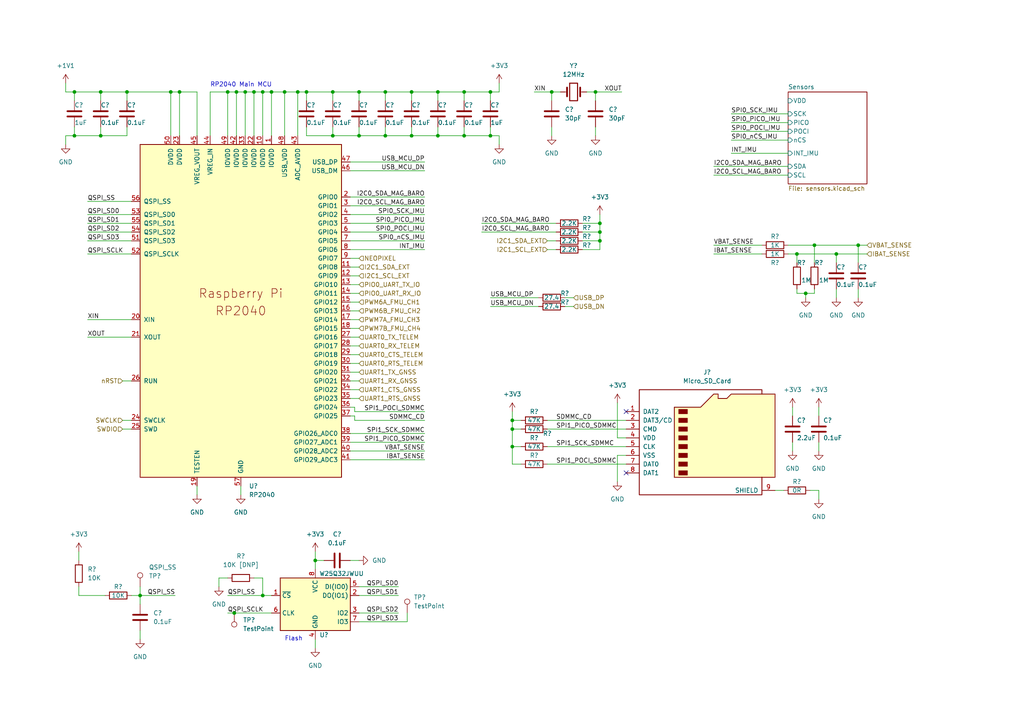
<source format=kicad_sch>
(kicad_sch (version 20211123) (generator eeschema)
  (paper "A4")
  (lib_symbols
    (symbol "Connector:Micro_SD_Card" (pin_names (offset 1.016))
      (property "Reference" "J" (at -16.51 15.24 0))
      (property "Value" "Micro_SD_Card" (at 16.51 15.24 0))
      (symbol "Micro_SD_Card_0_1"
        (rectangle (start -7.62 -9.525) (end -5.08 -10.795) (fill (type outline)))
        (rectangle (start -7.62 -6.985) (end -5.08 -8.255) (fill (type outline)))
        (rectangle (start -7.62 -4.445) (end -5.08 -5.715) (fill (type outline)))
        (rectangle (start -7.62 -1.905) (end -5.08 -3.175) (fill (type outline)))
        (rectangle (start -7.62 0.635) (end -5.08 -0.635) (fill (type outline)))
        (rectangle (start -7.62 3.175) (end -5.08 1.905) (fill (type outline)))
        (rectangle (start -7.62 5.715) (end -5.08 4.445) (fill (type outline)))
        (rectangle (start -7.62 8.255) (end -5.08 6.985) (fill (type outline)))
        (polyline (pts (xy 16.51 12.7) (xy 16.51 13.97) (xy -19.05 13.97) (xy -19.05 -16.51) (xy 16.51 -16.51) (xy 16.51 -11.43)) (stroke (width 0.254)))
        (polyline (pts (xy -8.89 -11.43) (xy -8.89 8.89) (xy -1.27 8.89) (xy 2.54 12.7) (xy 3.81 12.7) (xy 3.81 11.43) (xy 6.35 11.43) (xy 7.62 12.7) (xy 20.32 12.7) (xy 20.32 -11.43) (xy -8.89 -11.43)) (stroke (width 0.254)) (fill (type background)))
      )
      (symbol "Micro_SD_Card_1_1"
        (pin bidirectional line (at -22.86 7.62 0) (length 3.81) (name "DAT2") (number "1"))
        (pin bidirectional line (at -22.86 5.08 0) (length 3.81) (name "DAT3/CD") (number "2"))
        (pin input line (at -22.86 2.54 0) (length 3.81) (name "CMD") (number "3"))
        (pin power_in line (at -22.86 0 0) (length 3.81) (name "VDD") (number "4"))
        (pin input line (at -22.86 -2.54 0) (length 3.81) (name "CLK") (number "5"))
        (pin power_in line (at -22.86 -5.08 0) (length 3.81) (name "VSS") (number "6"))
        (pin bidirectional line (at -22.86 -7.62 0) (length 3.81) (name "DAT0") (number "7"))
        (pin bidirectional line (at -22.86 -10.16 0) (length 3.81) (name "DAT1") (number "8"))
        (pin passive line (at 20.32 -15.24 180) (length 3.81) (name "SHIELD") (number "9"))
      )
    )
    (symbol "Connector:TestPoint" (pin_numbers hide) (pin_names (offset 0.762) hide)
      (property "Reference" "TP" (at 0 6.858 0))
      (property "Value" "TestPoint" (at 0 5.08 0))
      (symbol "TestPoint_0_1"
        (circle (center 0 3.302) (radius 0.762))
      )
      (symbol "TestPoint_1_1"
        (pin passive line (at 0 0 90) (length 2.54) (name "1") (number "1"))
      )
    )
    (symbol "Device:C" (pin_numbers hide) (pin_names (offset 0.254))
      (property "Reference" "C" (at 0.635 2.54 0))
      (property "Value" "C" (at 0.635 -2.54 0))
      (symbol "C_0_1"
        (polyline (pts (xy -2.032 -0.762) (xy 2.032 -0.762)) (stroke (width 0.508)))
        (polyline (pts (xy -2.032 0.762) (xy 2.032 0.762)) (stroke (width 0.508)))
      )
      (symbol "C_1_1"
        (pin passive line (at 0 3.81 270) (length 2.794) (name "~") (number "1"))
        (pin passive line (at 0 -3.81 90) (length 2.794) (name "~") (number "2"))
      )
    )
    (symbol "Device:Crystal" (pin_numbers hide) (pin_names (offset 1.016) hide)
      (property "Reference" "Y" (at 0 3.81 0))
      (property "Value" "Crystal" (at 0 -3.81 0))
      (symbol "Crystal_0_1"
        (rectangle (start -1.143 2.54) (end 1.143 -2.54) (stroke (width 0.3048)))
        (polyline (pts (xy -2.54 0) (xy -1.905 0)))
        (polyline (pts (xy -1.905 -1.27) (xy -1.905 1.27)) (stroke (width 0.508)))
        (polyline (pts (xy 1.905 -1.27) (xy 1.905 1.27)) (stroke (width 0.508)))
        (polyline (pts (xy 2.54 0) (xy 1.905 0)))
      )
      (symbol "Crystal_1_1"
        (pin passive line (at -3.81 0 0) (length 1.27) (name "1") (number "1"))
        (pin passive line (at 3.81 0 180) (length 1.27) (name "2") (number "2"))
      )
    )
    (symbol "Device:R" (pin_numbers hide) (pin_names (offset 0))
      (property "Reference" "R" (at 2.032 0 90))
      (property "Value" "R" (at 0 0 90))
      (symbol "R_0_1"
        (rectangle (start -1.016 -2.54) (end 1.016 2.54) (stroke (width 0.254)))
      )
      (symbol "R_1_1"
        (pin passive line (at 0 3.81 270) (length 1.27) (name "~") (number "1"))
        (pin passive line (at 0 -3.81 90) (length 1.27) (name "~") (number "2"))
      )
    )
    (symbol "MCU_RaspberryPi_RP2040:RP2040" (pin_names (offset 1.016))
      (property "Reference" "U" (at -29.21 49.53 0))
      (property "Value" "RP2040" (at 24.13 -49.53 0))
      (symbol "RP2040_0_0"
        (text "Raspberry Pi" (at 0 5.08 0) (effects (font (size 2.54 2.54))))
        (text "RP2040" (at 0 0 0) (effects (font (size 2.54 2.54))))
      )
      (symbol "RP2040_0_1"
        (rectangle (start 29.21 48.26) (end -29.21 -48.26) (stroke (width 0.254)) (fill (type background)))
      )
      (symbol "RP2040_1_1"
        (pin power_in line (at 8.89 50.8 270) (length 2.54) (name "IOVDD") (number "1"))
        (pin power_in line (at 6.35 50.8 270) (length 2.54) (name "IOVDD") (number "10"))
        (pin bidirectional line (at 31.75 12.7 180) (length 2.54) (name "GPIO8") (number "11"))
        (pin bidirectional line (at 31.75 10.16 180) (length 2.54) (name "GPIO9") (number "12"))
        (pin bidirectional line (at 31.75 7.62 180) (length 2.54) (name "GPIO10") (number "13"))
        (pin bidirectional line (at 31.75 5.08 180) (length 2.54) (name "GPIO11") (number "14"))
        (pin bidirectional line (at 31.75 2.54 180) (length 2.54) (name "GPIO12") (number "15"))
        (pin bidirectional line (at 31.75 0 180) (length 2.54) (name "GPIO13") (number "16"))
        (pin bidirectional line (at 31.75 -2.54 180) (length 2.54) (name "GPIO14") (number "17"))
        (pin bidirectional line (at 31.75 -5.08 180) (length 2.54) (name "GPIO15") (number "18"))
        (pin passive line (at -12.7 -50.8 90) (length 2.54) (name "TESTEN") (number "19"))
        (pin bidirectional line (at 31.75 33.02 180) (length 2.54) (name "GPIO0") (number "2"))
        (pin input line (at -31.75 -2.54 0) (length 2.54) (name "XIN") (number "20"))
        (pin passive line (at -31.75 -7.62 0) (length 2.54) (name "XOUT") (number "21"))
        (pin power_in line (at 3.81 50.8 270) (length 2.54) (name "IOVDD") (number "22"))
        (pin power_in line (at -17.78 50.8 270) (length 2.54) (name "DVDD") (number "23"))
        (pin output line (at -31.75 -31.75 0) (length 2.54) (name "SWCLK") (number "24"))
        (pin bidirectional line (at -31.75 -34.29 0) (length 2.54) (name "SWD") (number "25"))
        (pin input line (at -31.75 -20.32 0) (length 2.54) (name "RUN") (number "26"))
        (pin bidirectional line (at 31.75 -7.62 180) (length 2.54) (name "GPIO16") (number "27"))
        (pin bidirectional line (at 31.75 -10.16 180) (length 2.54) (name "GPIO17") (number "28"))
        (pin bidirectional line (at 31.75 -12.7 180) (length 2.54) (name "GPIO18") (number "29"))
        (pin bidirectional line (at 31.75 30.48 180) (length 2.54) (name "GPIO1") (number "3"))
        (pin bidirectional line (at 31.75 -15.24 180) (length 2.54) (name "GPIO19") (number "30"))
        (pin bidirectional line (at 31.75 -17.78 180) (length 2.54) (name "GPIO20") (number "31"))
        (pin bidirectional line (at 31.75 -20.32 180) (length 2.54) (name "GPIO21") (number "32"))
        (pin power_in line (at 1.27 50.8 270) (length 2.54) (name "IOVDD") (number "33"))
        (pin bidirectional line (at 31.75 -22.86 180) (length 2.54) (name "GPIO22") (number "34"))
        (pin bidirectional line (at 31.75 -25.4 180) (length 2.54) (name "GPIO23") (number "35"))
        (pin bidirectional line (at 31.75 -27.94 180) (length 2.54) (name "GPIO24") (number "36"))
        (pin bidirectional line (at 31.75 -30.48 180) (length 2.54) (name "GPIO25") (number "37"))
        (pin bidirectional line (at 31.75 -35.56 180) (length 2.54) (name "GPIO26_ADC0") (number "38"))
        (pin bidirectional line (at 31.75 -38.1 180) (length 2.54) (name "GPIO27_ADC1") (number "39"))
        (pin bidirectional line (at 31.75 27.94 180) (length 2.54) (name "GPIO2") (number "4"))
        (pin bidirectional line (at 31.75 -40.64 180) (length 2.54) (name "GPIO28_ADC2") (number "40"))
        (pin bidirectional line (at 31.75 -43.18 180) (length 2.54) (name "GPIO29_ADC3") (number "41"))
        (pin power_in line (at -1.27 50.8 270) (length 2.54) (name "IOVDD") (number "42"))
        (pin power_in line (at 16.51 50.8 270) (length 2.54) (name "ADC_AVDD") (number "43"))
        (pin power_in line (at -8.89 50.8 270) (length 2.54) (name "VREG_IN") (number "44"))
        (pin power_out line (at -12.7 50.8 270) (length 2.54) (name "VREG_VOUT") (number "45"))
        (pin bidirectional line (at 31.75 40.64 180) (length 2.54) (name "USB_DM") (number "46"))
        (pin bidirectional line (at 31.75 43.18 180) (length 2.54) (name "USB_DP") (number "47"))
        (pin power_in line (at 12.7 50.8 270) (length 2.54) (name "USB_VDD") (number "48"))
        (pin power_in line (at -3.81 50.8 270) (length 2.54) (name "IOVDD") (number "49"))
        (pin bidirectional line (at 31.75 25.4 180) (length 2.54) (name "GPIO3") (number "5"))
        (pin power_in line (at -20.32 50.8 270) (length 2.54) (name "DVDD") (number "50"))
        (pin bidirectional line (at -31.75 20.32 0) (length 2.54) (name "QSPI_SD3") (number "51"))
        (pin output line (at -31.75 16.51 0) (length 2.54) (name "QSPI_SCLK") (number "52"))
        (pin bidirectional line (at -31.75 27.94 0) (length 2.54) (name "QSPI_SD0") (number "53"))
        (pin bidirectional line (at -31.75 22.86 0) (length 2.54) (name "QSPI_SD2") (number "54"))
        (pin bidirectional line (at -31.75 25.4 0) (length 2.54) (name "QSPI_SD1") (number "55"))
        (pin bidirectional line (at -31.75 31.75 0) (length 2.54) (name "QSPI_SS") (number "56"))
        (pin power_in line (at 0 -50.8 90) (length 2.54) (name "GND") (number "57"))
        (pin bidirectional line (at 31.75 22.86 180) (length 2.54) (name "GPIO4") (number "6"))
        (pin bidirectional line (at 31.75 20.32 180) (length 2.54) (name "GPIO5") (number "7"))
        (pin bidirectional line (at 31.75 17.78 180) (length 2.54) (name "GPIO6") (number "8"))
        (pin bidirectional line (at 31.75 15.24 180) (length 2.54) (name "GPIO7") (number "9"))
      )
    )
    (symbol "Memory_Flash:W25Q32JVSS"
      (property "Reference" "U" (at -8.89 8.89 0))
      (property "Value" "W25Q32JVSS" (at 7.62 8.89 0))
      (symbol "W25Q32JVSS_0_1"
        (rectangle (start -10.16 7.62) (end 10.16 -7.62) (stroke (width 0.254)) (fill (type background)))
      )
      (symbol "W25Q32JVSS_1_1"
        (pin input line (at -12.7 2.54 0) (length 2.54) (name "~{CS}") (number "1"))
        (pin bidirectional line (at 12.7 2.54 180) (length 2.54) (name "DO(IO1)") (number "2"))
        (pin bidirectional line (at 12.7 -2.54 180) (length 2.54) (name "IO2") (number "3"))
        (pin power_in line (at 0 -10.16 90) (length 2.54) (name "GND") (number "4"))
        (pin bidirectional line (at 12.7 5.08 180) (length 2.54) (name "DI(IO0)") (number "5"))
        (pin input line (at -12.7 -2.54 0) (length 2.54) (name "CLK") (number "6"))
        (pin bidirectional line (at 12.7 -5.08 180) (length 2.54) (name "IO3") (number "7"))
        (pin power_in line (at 0 10.16 270) (length 2.54) (name "VCC") (number "8"))
      )
    )
    (symbol "power:+1V1" (power) (pin_names (offset 0))
      (property "Value" "+1V1" (at 0 3.556 0))
      (symbol "+1V1_0_1"
        (polyline (pts (xy -0.762 1.27) (xy 0 2.54)))
        (polyline (pts (xy 0 0) (xy 0 2.54)))
        (polyline (pts (xy 0 2.54) (xy 0.762 1.27)))
      )
      (symbol "+1V1_1_1"
        (pin power_in line (at 0 0 90) (length 0) hide (name "+1V1") (number "1"))
      )
    )
    (symbol "power:+3V3" (power) (pin_names (offset 0))
      (property "Value" "+3V3" (at 0 3.556 0))
      (symbol "+3V3_0_1"
        (polyline (pts (xy -0.762 1.27) (xy 0 2.54)))
        (polyline (pts (xy 0 0) (xy 0 2.54)))
        (polyline (pts (xy 0 2.54) (xy 0.762 1.27)))
      )
      (symbol "+3V3_1_1"
        (pin power_in line (at 0 0 90) (length 0) hide (name "+3V3") (number "1"))
      )
    )
    (symbol "power:GND" (power) (pin_names (offset 0))
      (property "Value" "GND" (at 0 -3.81 0))
      (symbol "GND_0_1"
        (polyline (pts (xy 0 0) (xy 0 -1.27) (xy 1.27 -1.27) (xy 0 -2.54) (xy -1.27 -1.27) (xy 0 -1.27)))
      )
      (symbol "GND_1_1"
        (pin power_in line (at 0 0 270) (length 0) hide (name "GND") (number "1"))
      )
    )
  )
  (junction (at 148.59 129.54))
  (junction (at 76.2 172.72))
  (junction (at 119.38 26.67) (diameter 0.9144))
  (junction (at 21.59 26.67))
  (junction (at 36.83 26.67))
  (junction (at 160.02 26.67) (diameter 0.9144))
  (junction (at 71.12 26.67) (diameter 0.9144))
  (junction (at 67.945 177.8))
  (junction (at 148.59 124.46))
  (junction (at 104.14 39.37) (diameter 0.9144))
  (junction (at 142.24 39.37) (diameter 0.9144))
  (junction (at 236.22 71.12))
  (junction (at 88.9 26.67) (diameter 0.9144))
  (junction (at 119.38 39.37) (diameter 0.9144))
  (junction (at 148.59 121.92))
  (junction (at 73.66 26.67) (diameter 0.9144))
  (junction (at 173.99 67.31))
  (junction (at 111.76 26.67) (diameter 0.9144))
  (junction (at 96.52 26.67) (diameter 0.9144))
  (junction (at 111.76 39.37) (diameter 0.9144))
  (junction (at 91.44 162.56) (diameter 0.9144))
  (junction (at 134.62 26.67) (diameter 0.9144))
  (junction (at 127 26.67) (diameter 0.9144))
  (junction (at 29.21 39.37))
  (junction (at 78.74 26.67) (diameter 0.9144))
  (junction (at 134.62 39.37) (diameter 0.9144))
  (junction (at 86.36 26.67) (diameter 0.9144))
  (junction (at 82.55 26.67) (diameter 0.9144))
  (junction (at 52.07 26.67) (diameter 0.9144))
  (junction (at 142.24 26.67) (diameter 0.9144))
  (junction (at 248.92 71.12))
  (junction (at 233.68 85.09))
  (junction (at 127 39.37) (diameter 0.9144))
  (junction (at 96.52 39.37) (diameter 0.9144))
  (junction (at 242.57 73.66))
  (junction (at 40.64 172.72) (diameter 0.9144))
  (junction (at 49.53 26.67) (diameter 0.9144))
  (junction (at 104.14 26.67) (diameter 0.9144))
  (junction (at 29.21 26.67))
  (junction (at 231.14 73.66))
  (junction (at 66.04 26.67) (diameter 0.9144))
  (junction (at 173.99 69.85))
  (junction (at 173.99 64.77))
  (junction (at 172.72 26.67) (diameter 0.9144))
  (junction (at 76.2 26.67) (diameter 0.9144))
  (junction (at 21.59 39.37))
  (junction (at 68.58 26.67) (diameter 0.9144))
  (no_connect (at 181.61 119.38))
  (no_connect (at 181.61 137.16))
  (wire (pts (xy 154.94 26.67) (xy 160.02 26.67)))
  (wire (pts (xy 242.57 73.66) (xy 251.46 73.66)))
  (wire (pts (xy 173.99 69.85) (xy 173.99 72.39)))
  (wire (pts (xy 71.12 26.67) (xy 68.58 26.67)))
  (wire (pts (xy 231.14 83.82) (xy 231.14 85.09)))
  (wire (pts (xy 172.72 29.21) (xy 172.72 26.67)))
  (wire (pts (xy 236.22 71.12) (xy 236.22 76.2)))
  (wire (pts (xy 96.52 36.83) (xy 96.52 39.37)))
  (wire (pts (xy 212.09 38.1) (xy 228.6 38.1)))
  (wire (pts (xy 25.4 58.42) (xy 38.1 58.42)))
  (wire (pts (xy 212.09 33.02) (xy 228.6 33.02)))
  (wire (pts (xy 86.36 39.37) (xy 86.36 26.67)))
  (wire (pts (xy 228.6 73.66) (xy 231.14 73.66)))
  (wire (pts (xy 142.24 26.67) (xy 142.24 29.21)))
  (wire (pts (xy 36.83 26.67) (xy 36.83 29.21)))
  (wire (pts (xy 36.83 26.67) (xy 49.53 26.67)))
  (wire (pts (xy 82.55 26.67) (xy 82.55 39.37)))
  (wire (pts (xy 134.62 26.67) (xy 142.24 26.67)))
  (wire (pts (xy 66.04 177.8) (xy 67.945 177.8)))
  (wire (pts (xy 40.64 172.72) (xy 50.8 172.72)))
  (wire (pts (xy 142.24 39.37) (xy 144.78 39.37)))
  (wire (pts (xy 168.91 69.85) (xy 173.99 69.85)))
  (wire (pts (xy 231.14 85.09) (xy 233.68 85.09)))
  (wire (pts (xy 101.6 82.55) (xy 104.14 82.55)))
  (wire (pts (xy 101.6 77.47) (xy 104.14 77.47)))
  (wire (pts (xy 179.07 132.08) (xy 181.61 132.08)))
  (wire (pts (xy 88.9 29.21) (xy 88.9 26.67)))
  (wire (pts (xy 111.76 26.67) (xy 111.76 29.21)))
  (wire (pts (xy 101.6 125.73) (xy 123.19 125.73)))
  (wire (pts (xy 96.52 39.37) (xy 88.9 39.37)))
  (wire (pts (xy 101.6 133.35) (xy 123.19 133.35)))
  (wire (pts (xy 172.72 36.83) (xy 172.72 39.37)))
  (wire (pts (xy 102.87 119.38) (xy 123.19 119.38)))
  (wire (pts (xy 144.78 26.67) (xy 142.24 26.67)))
  (wire (pts (xy 119.38 26.67) (xy 119.38 29.21)))
  (wire (pts (xy 111.76 39.37) (xy 119.38 39.37)))
  (wire (pts (xy 173.99 64.77) (xy 173.99 62.23)))
  (wire (pts (xy 78.74 26.67) (xy 76.2 26.67)))
  (wire (pts (xy 179.07 127) (xy 181.61 127)))
  (wire (pts (xy 101.6 115.57) (xy 104.14 115.57)))
  (wire (pts (xy 25.4 67.31) (xy 38.1 67.31)))
  (wire (pts (xy 173.99 72.39) (xy 168.91 72.39)))
  (wire (pts (xy 179.07 116.84) (xy 179.07 127)))
  (wire (pts (xy 78.74 39.37) (xy 78.74 26.67)))
  (wire (pts (xy 172.72 26.67) (xy 180.34 26.67)))
  (wire (pts (xy 173.99 69.85) (xy 173.99 67.31)))
  (wire (pts (xy 63.5 170.18) (xy 63.5 167.64)))
  (wire (pts (xy 71.12 26.67) (xy 73.66 26.67)))
  (wire (pts (xy 91.44 162.56) (xy 93.98 162.56)))
  (wire (pts (xy 127 39.37) (xy 134.62 39.37)))
  (wire (pts (xy 248.92 71.12) (xy 251.46 71.12)))
  (wire (pts (xy 142.24 86.36) (xy 156.21 86.36)))
  (wire (pts (xy 224.79 142.24) (xy 227.33 142.24)))
  (wire (pts (xy 242.57 83.82) (xy 242.57 86.36)))
  (wire (pts (xy 163.83 88.9) (xy 166.37 88.9)))
  (wire (pts (xy 144.78 24.13) (xy 144.78 26.67)))
  (wire (pts (xy 142.24 36.83) (xy 142.24 39.37)))
  (wire (pts (xy 29.21 26.67) (xy 36.83 26.67)))
  (wire (pts (xy 57.15 26.67) (xy 52.07 26.67)))
  (wire (pts (xy 168.91 64.77) (xy 173.99 64.77)))
  (wire (pts (xy 101.6 62.23) (xy 123.19 62.23)))
  (wire (pts (xy 101.6 100.33) (xy 104.14 100.33)))
  (wire (pts (xy 102.87 120.65) (xy 101.6 120.65)))
  (wire (pts (xy 21.59 39.37) (xy 29.21 39.37)))
  (wire (pts (xy 127 26.67) (xy 127 29.21)))
  (wire (pts (xy 91.44 185.42) (xy 91.44 187.96)))
  (wire (pts (xy 60.96 39.37) (xy 60.96 26.67)))
  (wire (pts (xy 35.56 121.92) (xy 38.1 121.92)))
  (wire (pts (xy 148.59 124.46) (xy 148.59 121.92)))
  (wire (pts (xy 123.19 121.92) (xy 102.87 121.92)))
  (wire (pts (xy 69.85 140.97) (xy 69.85 143.51)))
  (wire (pts (xy 96.52 26.67) (xy 104.14 26.67)))
  (wire (pts (xy 76.2 167.64) (xy 76.2 172.72)))
  (wire (pts (xy 71.12 39.37) (xy 71.12 26.67)))
  (wire (pts (xy 144.78 41.91) (xy 144.78 39.37)))
  (wire (pts (xy 237.49 144.78) (xy 237.49 142.24)))
  (wire (pts (xy 158.75 134.62) (xy 181.61 134.62)))
  (wire (pts (xy 119.38 26.67) (xy 127 26.67)))
  (wire (pts (xy 101.6 69.85) (xy 123.19 69.85)))
  (wire (pts (xy 212.09 44.45) (xy 228.6 44.45)))
  (wire (pts (xy 29.21 36.83) (xy 29.21 39.37)))
  (wire (pts (xy 104.14 170.18) (xy 115.57 170.18)))
  (wire (pts (xy 40.64 175.26) (xy 40.64 172.72)))
  (wire (pts (xy 158.75 124.46) (xy 181.61 124.46)))
  (wire (pts (xy 78.74 26.67) (xy 82.55 26.67)))
  (wire (pts (xy 76.2 172.72) (xy 78.74 172.72)))
  (wire (pts (xy 139.7 67.31) (xy 161.29 67.31)))
  (wire (pts (xy 25.4 73.66) (xy 38.1 73.66)))
  (wire (pts (xy 236.22 71.12) (xy 248.92 71.12)))
  (wire (pts (xy 101.6 64.77) (xy 123.19 64.77)))
  (wire (pts (xy 88.9 26.67) (xy 96.52 26.67)))
  (wire (pts (xy 160.02 29.21) (xy 160.02 26.67)))
  (wire (pts (xy 148.59 119.38) (xy 148.59 121.92)))
  (wire (pts (xy 104.14 177.8) (xy 115.57 177.8)))
  (wire (pts (xy 158.75 121.92) (xy 181.61 121.92)))
  (wire (pts (xy 52.07 39.37) (xy 52.07 26.67)))
  (wire (pts (xy 22.86 170.18) (xy 22.86 172.72)))
  (wire (pts (xy 21.59 39.37) (xy 21.59 36.83)))
  (wire (pts (xy 173.99 67.31) (xy 173.99 64.77)))
  (wire (pts (xy 207.01 71.12) (xy 220.98 71.12)))
  (wire (pts (xy 158.75 72.39) (xy 161.29 72.39)))
  (wire (pts (xy 57.15 140.97) (xy 57.15 143.51)))
  (wire (pts (xy 52.07 26.67) (xy 49.53 26.67)))
  (wire (pts (xy 101.6 107.95) (xy 104.14 107.95)))
  (wire (pts (xy 228.6 71.12) (xy 236.22 71.12)))
  (wire (pts (xy 66.04 39.37) (xy 66.04 26.67)))
  (wire (pts (xy 237.49 142.24) (xy 234.95 142.24)))
  (wire (pts (xy 102.87 118.11) (xy 102.87 119.38)))
  (wire (pts (xy 101.6 102.87) (xy 104.14 102.87)))
  (wire (pts (xy 160.02 26.67) (xy 162.56 26.67)))
  (wire (pts (xy 233.68 85.09) (xy 236.22 85.09)))
  (wire (pts (xy 67.945 177.8) (xy 78.74 177.8)))
  (wire (pts (xy 101.6 72.39) (xy 123.19 72.39)))
  (wire (pts (xy 237.49 118.11) (xy 237.49 120.65)))
  (wire (pts (xy 86.36 26.67) (xy 88.9 26.67)))
  (wire (pts (xy 21.59 26.67) (xy 29.21 26.67)))
  (wire (pts (xy 21.59 26.67) (xy 19.05 26.67)))
  (wire (pts (xy 101.6 110.49) (xy 104.14 110.49)))
  (wire (pts (xy 101.6 74.93) (xy 104.14 74.93)))
  (wire (pts (xy 148.59 134.62) (xy 148.59 129.54)))
  (wire (pts (xy 127 26.67) (xy 134.62 26.67)))
  (wire (pts (xy 101.6 49.53) (xy 123.19 49.53)))
  (wire (pts (xy 101.6 128.27) (xy 123.19 128.27)))
  (wire (pts (xy 73.66 39.37) (xy 73.66 26.67)))
  (wire (pts (xy 101.6 118.11) (xy 102.87 118.11)))
  (wire (pts (xy 248.92 71.12) (xy 248.92 76.2)))
  (wire (pts (xy 60.96 26.67) (xy 66.04 26.67)))
  (wire (pts (xy 57.15 39.37) (xy 57.15 26.67)))
  (wire (pts (xy 229.87 118.11) (xy 229.87 120.65)))
  (wire (pts (xy 66.04 26.67) (xy 68.58 26.67)))
  (wire (pts (xy 40.64 172.72) (xy 38.1 172.72)))
  (wire (pts (xy 229.87 128.27) (xy 229.87 130.81)))
  (wire (pts (xy 118.11 177.8) (xy 118.11 180.34)))
  (wire (pts (xy 101.6 95.25) (xy 104.14 95.25)))
  (wire (pts (xy 96.52 26.67) (xy 96.52 29.21)))
  (wire (pts (xy 102.87 121.92) (xy 102.87 120.65)))
  (wire (pts (xy 212.09 35.56) (xy 228.6 35.56)))
  (wire (pts (xy 104.14 26.67) (xy 111.76 26.67)))
  (wire (pts (xy 19.05 41.91) (xy 19.05 39.37)))
  (wire (pts (xy 73.66 26.67) (xy 76.2 26.67)))
  (wire (pts (xy 25.4 92.71) (xy 38.1 92.71)))
  (wire (pts (xy 207.01 50.8) (xy 228.6 50.8)))
  (wire (pts (xy 236.22 85.09) (xy 236.22 83.82)))
  (wire (pts (xy 142.24 88.9) (xy 156.21 88.9)))
  (wire (pts (xy 104.14 26.67) (xy 104.14 29.21)))
  (wire (pts (xy 111.76 26.67) (xy 119.38 26.67)))
  (wire (pts (xy 101.6 57.15) (xy 123.19 57.15)))
  (wire (pts (xy 35.56 110.49) (xy 38.1 110.49)))
  (wire (pts (xy 68.58 26.67) (xy 68.58 39.37)))
  (wire (pts (xy 86.36 26.67) (xy 82.55 26.67)))
  (wire (pts (xy 172.72 26.67) (xy 170.18 26.67)))
  (wire (pts (xy 233.68 86.36) (xy 233.68 85.09)))
  (wire (pts (xy 163.83 86.36) (xy 166.37 86.36)))
  (wire (pts (xy 88.9 39.37) (xy 88.9 36.83)))
  (wire (pts (xy 101.6 97.79) (xy 104.14 97.79)))
  (wire (pts (xy 101.6 85.09) (xy 104.14 85.09)))
  (wire (pts (xy 158.75 129.54) (xy 181.61 129.54)))
  (wire (pts (xy 66.04 172.72) (xy 76.2 172.72)))
  (wire (pts (xy 101.6 113.03) (xy 104.14 113.03)))
  (wire (pts (xy 49.53 26.67) (xy 49.53 39.37)))
  (wire (pts (xy 207.01 48.26) (xy 228.6 48.26)))
  (wire (pts (xy 101.6 87.63) (xy 104.14 87.63)))
  (wire (pts (xy 148.59 121.92) (xy 151.13 121.92)))
  (wire (pts (xy 21.59 29.21) (xy 21.59 26.67)))
  (wire (pts (xy 151.13 134.62) (xy 148.59 134.62)))
  (wire (pts (xy 119.38 39.37) (xy 127 39.37)))
  (wire (pts (xy 101.6 92.71) (xy 104.14 92.71)))
  (wire (pts (xy 29.21 39.37) (xy 36.83 39.37)))
  (wire (pts (xy 134.62 26.67) (xy 134.62 29.21)))
  (wire (pts (xy 134.62 36.83) (xy 134.62 39.37)))
  (wire (pts (xy 101.6 80.01) (xy 104.14 80.01)))
  (wire (pts (xy 104.14 39.37) (xy 111.76 39.37)))
  (wire (pts (xy 151.13 124.46) (xy 148.59 124.46)))
  (wire (pts (xy 231.14 73.66) (xy 242.57 73.66)))
  (wire (pts (xy 104.14 172.72) (xy 115.57 172.72)))
  (wire (pts (xy 134.62 39.37) (xy 142.24 39.37)))
  (wire (pts (xy 29.21 26.67) (xy 29.21 29.21)))
  (wire (pts (xy 179.07 132.08) (xy 179.07 139.7)))
  (wire (pts (xy 91.44 160.02) (xy 91.44 162.56)))
  (wire (pts (xy 119.38 36.83) (xy 119.38 39.37)))
  (wire (pts (xy 36.83 39.37) (xy 36.83 36.83)))
  (wire (pts (xy 231.14 73.66) (xy 231.14 76.2)))
  (wire (pts (xy 25.4 64.77) (xy 38.1 64.77)))
  (wire (pts (xy 101.6 59.69) (xy 123.19 59.69)))
  (wire (pts (xy 76.2 26.67) (xy 76.2 39.37)))
  (wire (pts (xy 19.05 39.37) (xy 21.59 39.37)))
  (wire (pts (xy 104.14 39.37) (xy 96.52 39.37)))
  (wire (pts (xy 101.6 90.17) (xy 104.14 90.17)))
  (wire (pts (xy 101.6 67.31) (xy 123.19 67.31)))
  (wire (pts (xy 101.6 130.81) (xy 123.19 130.81)))
  (wire (pts (xy 101.6 46.99) (xy 123.19 46.99)))
  (wire (pts (xy 127 36.83) (xy 127 39.37)))
  (wire (pts (xy 139.7 64.77) (xy 161.29 64.77)))
  (wire (pts (xy 101.6 105.41) (xy 104.14 105.41)))
  (wire (pts (xy 25.4 97.79) (xy 38.1 97.79)))
  (wire (pts (xy 35.56 124.46) (xy 38.1 124.46)))
  (wire (pts (xy 237.49 128.27) (xy 237.49 130.81)))
  (wire (pts (xy 248.92 83.82) (xy 248.92 86.36)))
  (wire (pts (xy 158.75 69.85) (xy 161.29 69.85)))
  (wire (pts (xy 73.66 167.64) (xy 76.2 167.64)))
  (wire (pts (xy 242.57 73.66) (xy 242.57 76.2)))
  (wire (pts (xy 104.14 36.83) (xy 104.14 39.37)))
  (wire (pts (xy 160.02 36.83) (xy 160.02 39.37)))
  (wire (pts (xy 101.6 162.56) (xy 104.14 162.56)))
  (wire (pts (xy 22.86 172.72) (xy 30.48 172.72)))
  (wire (pts (xy 148.59 129.54) (xy 151.13 129.54)))
  (wire (pts (xy 25.4 69.85) (xy 38.1 69.85)))
  (wire (pts (xy 40.64 170.18) (xy 40.64 172.72)))
  (wire (pts (xy 19.05 26.67) (xy 19.05 24.13)))
  (wire (pts (xy 207.01 73.66) (xy 220.98 73.66)))
  (wire (pts (xy 25.4 62.23) (xy 38.1 62.23)))
  (wire (pts (xy 63.5 167.64) (xy 66.04 167.64)))
  (wire (pts (xy 104.14 180.34) (xy 118.11 180.34)))
  (wire (pts (xy 212.09 40.64) (xy 228.6 40.64)))
  (wire (pts (xy 148.59 124.46) (xy 148.59 129.54)))
  (wire (pts (xy 91.44 165.1) (xy 91.44 162.56)))
  (wire (pts (xy 22.86 160.02) (xy 22.86 162.56)))
  (wire (pts (xy 40.64 182.88) (xy 40.64 185.42)))
  (wire (pts (xy 111.76 36.83) (xy 111.76 39.37)))
  (wire (pts (xy 173.99 67.31) (xy 168.91 67.31)))
  (text "RP2040 Main MCU" (at 60.96 25.4 0) (effects (font (size 1.27 1.27)) (justify left bottom)))
  (text "Flash" (at 82.55 186.055 0) (effects (font (size 1.27 1.27)) (justify left bottom)))
  (label "SPI0_POCI_IMU" (at 212.09 38.1 0))
  (label "QSPI_SS" (at 25.4 58.42 0))
  (label "QSPI_SS" (at 50.8 172.72 180))
  (label "SPI1_PICO_SDMMC" (at 161.29 124.46 0))
  (label "SPI1_POCI_SDMMC" (at 161.29 134.62 0))
  (label "SPI1_SCK_SDMMC" (at 161.29 129.54 0))
  (label "I2C0_SCL_MAG_BARO" (at 207.01 50.8 0))
  (label "SPI0_PICO_IMU" (at 123.19 64.77 180))
  (label "SDMMC_CD" (at 161.29 121.92 0))
  (label "SPI0_nCS_IMU" (at 212.09 40.64 0))
  (label "SPI1_SCK_SDMMC" (at 123.19 125.73 180))
  (label "USB_MCU_DP" (at 123.19 46.99 180))
  (label "I2C0_SDA_MAG_BARO" (at 207.01 48.26 0))
  (label "QSPI_SD0" (at 25.4 62.23 0))
  (label "SPI0_SCK_IMU" (at 123.19 62.23 180))
  (label "USB_MCU_DP" (at 142.24 86.36 0))
  (label "QSPI_SCLK" (at 66.04 177.8 0))
  (label "INT_IMU" (at 212.09 44.45 0))
  (label "QSPI_SD1" (at 115.57 172.72 180))
  (label "XIN" (at 25.4 92.71 0))
  (label "USB_MCU_DN" (at 123.19 49.53 180))
  (label "I2C0_SDA_MAG_BARO" (at 123.19 57.15 180))
  (label "SPI1_POCI_SDMMC" (at 123.19 119.38 180))
  (label "I2C0_SDA_MAG_BARO" (at 139.7 64.77 0))
  (label "XOUT" (at 180.34 26.67 180))
  (label "QSPI_SD3" (at 115.57 180.34 180))
  (label "I2C0_SCL_MAG_BARO" (at 139.7 67.31 0))
  (label "QSPI_SS" (at 66.04 172.72 0))
  (label "SDMMC_CD" (at 123.19 121.92 180))
  (label "XOUT" (at 25.4 97.79 0))
  (label "SPI0_POCI_IMU" (at 123.19 67.31 180))
  (label "INT_IMU" (at 123.19 72.39 180))
  (label "SPI0_PICO_IMU" (at 212.09 35.56 0))
  (label "QSPI_SD0" (at 115.57 170.18 180))
  (label "QSPI_SD2" (at 115.57 177.8 180))
  (label "IBAT_SENSE" (at 123.19 133.35 180))
  (label "SPI0_nCS_IMU" (at 123.19 69.85 180))
  (label "QSPI_SCLK" (at 25.4 73.66 0))
  (label "IBAT_SENSE" (at 207.01 73.66 0))
  (label "XIN" (at 154.94 26.67 0))
  (label "QSPI_SD2" (at 25.4 67.31 0))
  (label "SPI1_PICO_SDMMC" (at 123.19 128.27 180))
  (label "USB_MCU_DN" (at 142.24 88.9 0))
  (label "VBAT_SENSE" (at 207.01 71.12 0))
  (label "QSPI_SD3" (at 25.4 69.85 0))
  (label "VBAT_SENSE" (at 123.19 130.81 180))
  (label "SPI0_SCK_IMU" (at 212.09 33.02 0))
  (label "I2C0_SCL_MAG_BARO" (at 123.19 59.69 180))
  (label "QSPI_SD1" (at 25.4 64.77 0))
  (hierarchical_label "NEOPIXEL" (shape input) (at 104.14 74.93 0))
  (hierarchical_label "I2C1_SCL_EXT" (shape input) (at 158.75 72.39 180))
  (hierarchical_label "UART1_RX_GNSS" (shape input) (at 104.14 110.49 0))
  (hierarchical_label "UART1_TX_GNSS" (shape input) (at 104.14 107.95 0))
  (hierarchical_label "UART1_CTS_GNSS" (shape input) (at 104.14 113.03 0))
  (hierarchical_label "VBAT_SENSE" (shape input) (at 251.46 71.12 0))
  (hierarchical_label "IBAT_SENSE" (shape input) (at 251.46 73.66 0))
  (hierarchical_label "UART0_TX_TELEM" (shape input) (at 104.14 97.79 0))
  (hierarchical_label "UART1_RTS_GNSS" (shape input) (at 104.14 115.57 0))
  (hierarchical_label "UART0_CTS_TELEM" (shape input) (at 104.14 102.87 0))
  (hierarchical_label "PWM6A_FMU_CH1" (shape input) (at 104.14 87.63 0))
  (hierarchical_label "PIO0_UART_TX_IO" (shape input) (at 104.14 82.55 0))
  (hierarchical_label "UART0_RX_TELEM" (shape input) (at 104.14 100.33 0))
  (hierarchical_label "PIO0_UART_RX_IO" (shape input) (at 104.14 85.09 0))
  (hierarchical_label "SWCLK" (shape input) (at 35.56 121.92 180))
  (hierarchical_label "PWM7B_FMU_CH4" (shape input) (at 104.14 95.25 0))
  (hierarchical_label "USB_DN" (shape input) (at 166.37 88.9 0))
  (hierarchical_label "I2C1_SDA_EXT" (shape input) (at 104.14 77.47 0))
  (hierarchical_label "SWDIO" (shape input) (at 35.56 124.46 180))
  (hierarchical_label "USB_DP" (shape input) (at 166.37 86.36 0))
  (hierarchical_label "nRST" (shape input) (at 35.56 110.49 180))
  (hierarchical_label "PWM7A_FMU_CH3" (shape input) (at 104.14 92.71 0))
  (hierarchical_label "I2C1_SCL_EXT" (shape input) (at 104.14 80.01 0))
  (hierarchical_label "UART0_RTS_TELEM" (shape input) (at 104.14 105.41 0))
  (hierarchical_label "PWM6B_FMU_CH2" (shape input) (at 104.14 90.17 0))
  (hierarchical_label "I2C1_SDA_EXT" (shape input) (at 158.75 69.85 180))
  (symbol (lib_id "Device:R") (at 154.94 134.62 90) (unit 1)
    (property "Reference" "R?" (at 154.94 132.08 90))
    (property "Value" "47K" (at 154.94 134.62 90))
  )
  (symbol (lib_id "power:GND") (at 248.92 86.36 0) (unit 1)
    (property "Reference" "#PWR?" (effects hide))
    (property "Value" "GND" (at 248.92 91.44 0))
  )
  (symbol (lib_id "Device:R") (at 231.14 142.24 90) (unit 1)
    (property "Reference" "R?" (at 231.14 139.7 90))
    (property "Value" "0R" (at 231.14 142.24 90))
  )
  (symbol (lib_id "Device:C") (at 142.24 33.02 0) (unit 1)
    (property "Reference" "C?" (at 142.24 30.4799 0) (effects (justify left)))
    (property "Value" "1uF" (at 142.24 35.5599 0) (effects (justify left)))
    (property "Footprint" "Capacitor_SMD:C_0402_1005Metric" (effects hide))
    (property "LCSC" "C52923" (effects hide))
  )
  (symbol (lib_id "Device:R") (at 165.1 69.85 90) (unit 1)
    (property "Reference" "R?" (at 170.18 68.58 90))
    (property "Value" "2.2K" (at 165.1 69.85 90))
    (property "Footprint" "Resistor_SMD:R_0402_1005Metric" (effects hide))
    (property "LCSC" "C25900" (effects hide))
  )
  (symbol (lib_id "Device:C") (at 29.21 33.02 0) (unit 1)
    (property "Reference" "C?" (at 29.21 30.4799 0) (effects (justify left)))
    (property "Value" "0.1uF" (at 29.21 35.5599 0) (effects (justify left)))
    (property "Footprint" "Capacitor_SMD:C_0402_1005Metric" (effects hide))
    (property "LCSC" "C1525" (effects hide))
  )
  (symbol (lib_id "power:+3V3") (at 179.07 116.84 0) (unit 1)
    (property "Reference" "#PWR?" (effects hide))
    (property "Value" "+3V3" (at 179.07 111.76 0))
  )
  (symbol (lib_id "power:+1V1") (at 19.05 24.13 0) (unit 1)
    (property "Reference" "#PWR?" (effects hide))
    (property "Value" "+1V1" (at 19.05 19.05 0))
  )
  (symbol (lib_id "power:GND") (at 237.49 130.81 0) (unit 1)
    (property "Reference" "#PWR?" (effects hide))
    (property "Value" "GND" (at 237.49 135.89 0))
  )
  (symbol (lib_id "Device:C") (at 104.14 33.02 0) (unit 1)
    (property "Reference" "C?" (at 104.14 30.4799 0) (effects (justify left)))
    (property "Value" "0.1uF" (at 104.14 35.5599 0) (effects (justify left)))
    (property "Footprint" "Capacitor_SMD:C_0402_1005Metric" (effects hide))
    (property "LCSC" "C1525" (effects hide))
  )
  (symbol (lib_id "power:GND") (at 104.14 162.56 90) (unit 1)
    (property "Reference" "#PWR?" (effects hide))
    (property "Value" "GND" (at 107.95 162.5599 90) (effects (justify right)))
  )
  (symbol (lib_id "Device:C") (at 96.52 33.02 0) (unit 1)
    (property "Reference" "C?" (at 96.52 30.4799 0) (effects (justify left)))
    (property "Value" "0.1uF" (at 96.52 35.5599 0) (effects (justify left)))
    (property "Footprint" "Capacitor_SMD:C_0402_1005Metric" (effects hide))
    (property "LCSC" "C1525" (effects hide))
  )
  (symbol (lib_id "Connector:TestPoint") (at 67.945 177.8 180) (unit 1)
    (property "Reference" "TP?" (at 70.485 179.8319 0) (effects (justify right)))
    (property "Value" "TestPoint" (at 70.485 182.3719 0) (effects (justify right)))
    (property "Footprint" "TestPoint:TestPoint_Pad_D1.0mm" (effects hide))
  )
  (symbol (lib_id "power:GND") (at 91.44 187.96 0) (unit 1)
    (property "Reference" "#PWR?" (effects hide))
    (property "Value" "GND" (at 91.44 193.04 0))
  )
  (symbol (lib_id "Device:R") (at 160.02 86.36 90) (unit 1)
    (property "Reference" "R?" (at 163.83 85.09 90))
    (property "Value" "27.4" (at 160.02 86.36 90))
    (property "Footprint" "Resistor_SMD:R_0402_1005Metric" (effects hide))
  )
  (symbol (lib_id "MCU_RaspberryPi_RP2040:RP2040") (at 69.85 90.17 0) (unit 1)
    (property "Reference" "U?" (at 72.1932 140.97 0) (effects (justify left)))
    (property "Value" "RP2040" (at 72.1932 143.51 0) (effects (justify left)))
    (property "Footprint" "RP2040_minimal:RP2040-QFN-56" (effects hide))
    (property "LCSC" "C2040" (effects hide))
  )
  (symbol (lib_id "power:GND") (at 179.07 139.7 0) (unit 1)
    (property "Reference" "#PWR?" (effects hide))
    (property "Value" "GND" (at 179.07 144.78 0))
  )
  (symbol (lib_id "Device:R") (at 154.94 121.92 90) (unit 1)
    (property "Reference" "R?" (at 154.94 119.38 90))
    (property "Value" "47K" (at 154.94 121.92 90))
  )
  (symbol (lib_id "Device:Crystal") (at 166.37 26.67 0) (unit 1)
    (property "Reference" "Y?" (at 166.37 19.05 0))
    (property "Value" "12MHz" (at 166.37 21.59 0))
    (property "Footprint" "Crystal:Crystal_SMD_3225-4Pin_3.2x2.5mm" (effects hide))
    (property "LCSC" "C9002" (effects hide))
  )
  (symbol (lib_id "Device:R") (at 165.1 72.39 90) (unit 1)
    (property "Reference" "R?" (at 170.18 71.12 90))
    (property "Value" "2.2K" (at 165.1 72.39 90))
    (property "Footprint" "Resistor_SMD:R_0402_1005Metric" (effects hide))
    (property "LCSC" "C25900" (effects hide))
  )
  (symbol (lib_id "Device:R") (at 224.79 73.66 90) (unit 1)
    (property "Reference" "R?" (at 224.79 76.2 90))
    (property "Value" "1K" (at 224.79 73.66 90))
  )
  (symbol (lib_id "power:GND") (at 69.85 143.51 0) (unit 1)
    (property "Reference" "#PWR?" (effects hide))
    (property "Value" "GND" (at 69.85 148.59 0))
  )
  (symbol (lib_id "Device:C") (at 119.38 33.02 0) (unit 1)
    (property "Reference" "C?" (at 119.38 30.4799 0) (effects (justify left)))
    (property "Value" "0.1uF" (at 119.38 35.5599 0) (effects (justify left)))
    (property "Footprint" "Capacitor_SMD:C_0402_1005Metric" (effects hide))
    (property "LCSC" "C1525" (effects hide))
  )
  (symbol (lib_id "power:+3V3") (at 229.87 118.11 0) (unit 1)
    (property "Reference" "#PWR?" (effects hide))
    (property "Value" "+3V3" (at 229.87 113.03 0))
  )
  (symbol (lib_id "Device:R") (at 69.85 167.64 90) (unit 1)
    (property "Reference" "R?" (at 69.85 161.29 90))
    (property "Value" "10K [DNP]" (at 69.85 163.83 90))
    (property "Footprint" "Resistor_SMD:R_0402_1005Metric" (effects hide))
  )
  (symbol (lib_id "power:GND") (at 63.5 170.18 0) (unit 1)
    (property "Reference" "#PWR?" (effects hide))
    (property "Value" "GND" (at 63.5 175.26 0))
  )
  (symbol (lib_id "Memory_Flash:W25Q32JVSS") (at 91.44 175.26 0) (unit 1)
    (property "Reference" "U?" (at 93.98 184.15 0))
    (property "Value" "W25Q32JWUU" (at 99.06 166.37 0))
    (property "Footprint" "USON:USON8" (effects hide))
    (property "Datasheet" "http://www.winbond.com/resource-files/w25q32jv%20revg%2003272018%20plus.pdf" (effects hide))
    (property "LCSC" "C2441425" (effects hide))
  )
  (symbol (lib_id "Device:C") (at 248.92 80.01 0) (unit 1)
    (property "Reference" "C?" (at 248.92 77.47 0) (effects (justify left)))
    (property "Value" "0.1uF" (at 248.92 82.55 0) (effects (justify left)))
  )
  (symbol (lib_id "power:GND") (at 40.64 185.42 0) (unit 1)
    (property "Reference" "#PWR?" (effects hide))
    (property "Value" "GND" (at 40.64 190.5 0))
  )
  (symbol (lib_id "Device:C") (at 172.72 33.02 0) (unit 1)
    (property "Reference" "C?" (at 176.53 31.7499 0) (effects (justify left)))
    (property "Value" "30pF" (at 176.53 34.2899 0) (effects (justify left)))
    (property "Footprint" "Capacitor_SMD:C_0402_1005Metric" (effects hide))
    (property "LCSC" "C1557" (effects hide))
  )
  (symbol (lib_id "power:GND") (at 160.02 39.37 0) (unit 1)
    (property "Reference" "#PWR?" (effects hide))
    (property "Value" "GND" (at 160.02 44.45 0))
  )
  (symbol (lib_id "Device:R") (at 236.22 80.01 0) (unit 1)
    (property "Reference" "R?" (at 236.22 76.2 0) (effects (justify left)))
    (property "Value" "1M" (at 237.49 81.28 0) (effects (justify left)))
  )
  (symbol (lib_id "Device:C") (at 134.62 33.02 0) (unit 1)
    (property "Reference" "C?" (at 134.62 30.4799 0) (effects (justify left)))
    (property "Value" "0.1uF" (at 134.62 35.5599 0) (effects (justify left)))
    (property "Footprint" "Capacitor_SMD:C_0402_1005Metric" (effects hide))
    (property "LCSC" "C1525" (effects hide))
  )
  (symbol (lib_id "power:GND") (at 242.57 86.36 0) (unit 1)
    (property "Reference" "#PWR?" (effects hide))
    (property "Value" "GND" (at 242.57 91.44 0))
  )
  (symbol (lib_id "Device:R") (at 22.86 166.37 0) (unit 1)
    (property "Reference" "R?" (at 25.4 165.0999 0) (effects (justify left)))
    (property "Value" "10K" (at 25.4 167.6399 0) (effects (justify left)))
    (property "Footprint" "Resistor_SMD:R_0402_1005Metric" (effects hide))
    (property "LCSC" "C25744" (effects hide))
  )
  (symbol (lib_id "Device:R") (at 165.1 67.31 270) (unit 1)
    (property "Reference" "R?" (at 170.18 66.04 90))
    (property "Value" "2.2K" (at 165.1 67.31 90))
    (property "Footprint" "Resistor_SMD:R_0402_1005Metric" (effects hide))
    (property "LCSC" "C25900" (effects hide))
  )
  (symbol (lib_id "power:GND") (at 144.78 41.91 0) (unit 1)
    (property "Reference" "#PWR?" (effects hide))
    (property "Value" "GND" (at 144.78 46.99 0))
  )
  (symbol (lib_id "power:+3V3") (at 144.78 24.13 0) (unit 1)
    (property "Reference" "#PWR?" (effects hide))
    (property "Value" "+3V3" (at 144.78 19.05 0))
  )
  (symbol (lib_id "Device:R") (at 154.94 129.54 90) (unit 1)
    (property "Reference" "R?" (at 154.94 127 90))
    (property "Value" "47K" (at 154.94 129.54 90))
  )
  (symbol (lib_id "power:GND") (at 229.87 130.81 0) (unit 1)
    (property "Reference" "#PWR?" (effects hide))
    (property "Value" "GND" (at 229.87 135.89 0))
  )
  (symbol (lib_id "Device:R") (at 165.1 64.77 90) (unit 1)
    (property "Reference" "R?" (at 170.18 63.5 90))
    (property "Value" "2.2K" (at 165.1 64.77 90))
    (property "Footprint" "Resistor_SMD:R_0402_1005Metric" (effects hide))
    (property "LCSC" "C25900" (effects hide))
  )
  (symbol (lib_id "Device:C") (at 88.9 33.02 0) (unit 1)
    (property "Reference" "C?" (at 88.9 30.4799 0) (effects (justify left)))
    (property "Value" "0.1uF" (at 88.9 35.5599 0) (effects (justify left)))
    (property "Footprint" "Capacitor_SMD:C_0402_1005Metric" (effects hide))
    (property "LCSC" "C1525" (effects hide))
  )
  (symbol (lib_id "Device:C") (at 97.79 162.56 90) (unit 1)
    (property "Reference" "C?" (at 97.79 154.94 90))
    (property "Value" "0.1uF" (at 97.79 157.48 90))
    (property "Footprint" "Capacitor_SMD:C_0402_1005Metric" (effects hide))
    (property "LCSC" "C1525" (effects hide))
  )
  (symbol (lib_id "Device:R") (at 160.02 88.9 90) (unit 1)
    (property "Reference" "R?" (at 163.83 87.63 90))
    (property "Value" "27.4" (at 160.02 88.9 90))
    (property "Footprint" "Resistor_SMD:R_0402_1005Metric" (effects hide))
  )
  (symbol (lib_id "Device:C") (at 127 33.02 0) (unit 1)
    (property "Reference" "C?" (at 127 30.4799 0) (effects (justify left)))
    (property "Value" "0.1uF" (at 127 35.5599 0) (effects (justify left)))
    (property "Footprint" "Capacitor_SMD:C_0402_1005Metric" (effects hide))
    (property "LCSC" "C1525" (effects hide))
  )
  (symbol (lib_id "Connector:TestPoint") (at 40.64 170.18 0) (unit 1)
    (property "Reference" "TP?" (at 43.18 167.0684 0) (effects (justify left)))
    (property "Value" "QSPI_SS" (at 43.18 164.5284 0) (effects (justify left)))
    (property "Footprint" "TestPoint:TestPoint_Pad_D1.0mm" (effects hide))
  )
  (symbol (lib_id "power:GND") (at 57.15 143.51 0) (unit 1)
    (property "Reference" "#PWR?" (effects hide))
    (property "Value" "GND" (at 57.15 148.59 0))
  )
  (symbol (lib_id "Device:R") (at 231.14 80.01 0) (unit 1)
    (property "Reference" "R?" (at 231.14 76.2 0) (effects (justify left)))
    (property "Value" "1M" (at 232.41 81.28 0) (effects (justify left)))
  )
  (symbol (lib_id "Device:C") (at 229.87 124.46 0) (unit 1)
    (property "Reference" "C?" (at 231.14 121.92 0) (effects (justify left)))
    (property "Value" "2.2uF" (at 231.14 127 0) (effects (justify left)))
  )
  (symbol (lib_id "Device:C") (at 160.02 33.02 0) (unit 1)
    (property "Reference" "C?" (at 163.83 31.7499 0) (effects (justify left)))
    (property "Value" "30pF" (at 163.83 34.2899 0) (effects (justify left)))
    (property "Footprint" "Capacitor_SMD:C_0402_1005Metric" (effects hide))
    (property "LCSC" "C1557" (effects hide))
  )
  (symbol (lib_id "Connector:Micro_SD_Card") (at 204.47 127 0) (unit 1)
    (property "Reference" "J?" (at 205.105 107.95 0))
    (property "Value" "Micro_SD_Card" (at 205.105 110.49 0))
    (property "Datasheet" "http://katalog.we-online.de/em/datasheet/693072010801.pdf" (effects hide))
  )
  (symbol (lib_id "power:+3V3") (at 237.49 118.11 0) (unit 1)
    (property "Reference" "#PWR?" (effects hide))
    (property "Value" "+3V3" (at 237.49 113.03 0))
  )
  (symbol (lib_id "Device:C") (at 237.49 124.46 0) (unit 1)
    (property "Reference" "C?" (at 238.76 121.92 0) (effects (justify left)))
    (property "Value" "0.1uF" (at 238.76 127 0) (effects (justify left)))
  )
  (symbol (lib_id "power:+3V3") (at 148.59 119.38 0) (unit 1)
    (property "Reference" "#PWR?" (effects hide))
    (property "Value" "+3V3" (at 148.59 114.3 0))
  )
  (symbol (lib_id "Device:C") (at 242.57 80.01 0) (unit 1)
    (property "Reference" "C?" (at 242.57 77.47 0) (effects (justify left)))
    (property "Value" "0.1uF" (at 242.57 82.55 0) (effects (justify left)))
  )
  (symbol (lib_id "Device:C") (at 111.76 33.02 0) (unit 1)
    (property "Reference" "C?" (at 111.76 30.4799 0) (effects (justify left)))
    (property "Value" "0.1uF" (at 111.76 35.5599 0) (effects (justify left)))
    (property "Footprint" "Capacitor_SMD:C_0402_1005Metric" (effects hide))
    (property "LCSC" "C1525" (effects hide))
  )
  (symbol (lib_id "Device:R") (at 224.79 71.12 90) (unit 1)
    (property "Reference" "R?" (at 224.79 68.58 90))
    (property "Value" "1K" (at 224.79 71.12 90))
  )
  (symbol (lib_id "power:GND") (at 237.49 144.78 0) (unit 1)
    (property "Reference" "#PWR?" (effects hide))
    (property "Value" "GND" (at 237.49 149.86 0))
  )
  (symbol (lib_id "power:+3V3") (at 173.99 62.23 0) (unit 1)
    (property "Reference" "#PWR?" (effects hide))
    (property "Value" "+3V3" (at 173.99 57.15 0))
  )
  (symbol (lib_id "Device:R") (at 154.94 124.46 90) (unit 1)
    (property "Reference" "R?" (at 158.75 125.73 90))
    (property "Value" "47K" (at 154.94 124.46 90))
  )
  (symbol (lib_id "power:+3V3") (at 91.44 160.02 0) (unit 1)
    (property "Reference" "#PWR?" (effects hide))
    (property "Value" "+3V3" (at 91.44 154.94 0))
  )
  (symbol (lib_id "power:GND") (at 172.72 39.37 0) (unit 1)
    (property "Reference" "#PWR?" (effects hide))
    (property "Value" "GND" (at 172.72 44.45 0))
  )
  (symbol (lib_id "power:+3V3") (at 22.86 160.02 0) (unit 1)
    (property "Reference" "#PWR?" (effects hide))
    (property "Value" "+3V3" (at 22.86 154.94 0))
  )
  (symbol (lib_id "Device:C") (at 40.64 179.07 180) (unit 1)
    (property "Reference" "C?" (at 44.45 177.7999 0) (effects (justify right)))
    (property "Value" "0.1uF" (at 44.45 180.3399 0) (effects (justify right)))
    (property "Footprint" "Capacitor_SMD:C_0402_1005Metric" (effects hide))
    (property "LCSC" "C1525" (effects hide))
  )
  (symbol (lib_id "power:GND") (at 19.05 41.91 0) (unit 1)
    (property "Reference" "#PWR?" (effects hide))
    (property "Value" "GND" (at 19.05 46.99 0))
  )
  (symbol (lib_id "power:GND") (at 233.68 86.36 0) (unit 1)
    (property "Reference" "#PWR?" (effects hide))
    (property "Value" "GND" (at 233.68 91.44 0))
  )
  (symbol (lib_id "Connector:TestPoint") (at 118.11 177.8 0) (unit 1)
    (property "Reference" "TP?" (at 120.015 173.2279 0) (effects (justify left)))
    (property "Value" "TestPoint" (at 120.015 175.7679 0) (effects (justify left)))
    (property "Footprint" "TestPoint:TestPoint_Pad_D1.0mm" (effects hide))
  )
  (symbol (lib_id "Device:R") (at 34.29 172.72 90) (unit 1)
    (property "Reference" "R?" (at 34.29 170.18 90))
    (property "Value" "10K" (at 34.29 172.72 90))
    (property "Footprint" "Resistor_SMD:R_0402_1005Metric" (effects hide))
    (property "LCSC" "C25744" (effects hide))
  )
  (symbol (lib_id "Device:C") (at 21.59 33.02 0) (unit 1)
    (property "Reference" "C?" (at 21.59 30.48 0) (effects (justify left)))
    (property "Value" "1uF" (at 21.59 35.56 0) (effects (justify left)))
    (property "Footprint" "Capacitor_SMD:C_0402_1005Metric" (effects hide))
    (property "LCSC" "C52923" (effects hide))
  )
  (symbol (lib_id "Device:C") (at 36.83 33.02 0) (unit 1)
    (property "Reference" "C?" (at 36.83 30.4799 0) (effects (justify left)))
    (property "Value" "0.1uF" (at 36.83 35.5599 0) (effects (justify left)))
    (property "Footprint" "Capacitor_SMD:C_0402_1005Metric" (effects hide))
    (property "LCSC" "C1525" (effects hide))
  )
  (sheet (at 228.6 26.67) (size 22.86 26.67) (stroke (width 0.1524))
    (property "Sheet name" "Sensors" (at 228.6 25.9584 0) (effects (justify left bottom)))
    (property "Sheet file" "sensors.kicad_sch" (at 228.6 53.9246 0) (effects (justify left top)))
    (pin "VDD" input (at 228.6 29.21 180))
    (pin "SCK" input (at 228.6 33.02 180))
    (pin "PICO" input (at 228.6 35.56 180))
    (pin "POCI" input (at 228.6 38.1 180))
    (pin "INT_IMU" input (at 228.6 44.45 180))
    (pin "nCS" input (at 228.6 40.64 180))
    (pin "SDA" input (at 228.6 48.26 180))
    (pin "SCL" input (at 228.6 50.8 180))
  )
)
</source>
